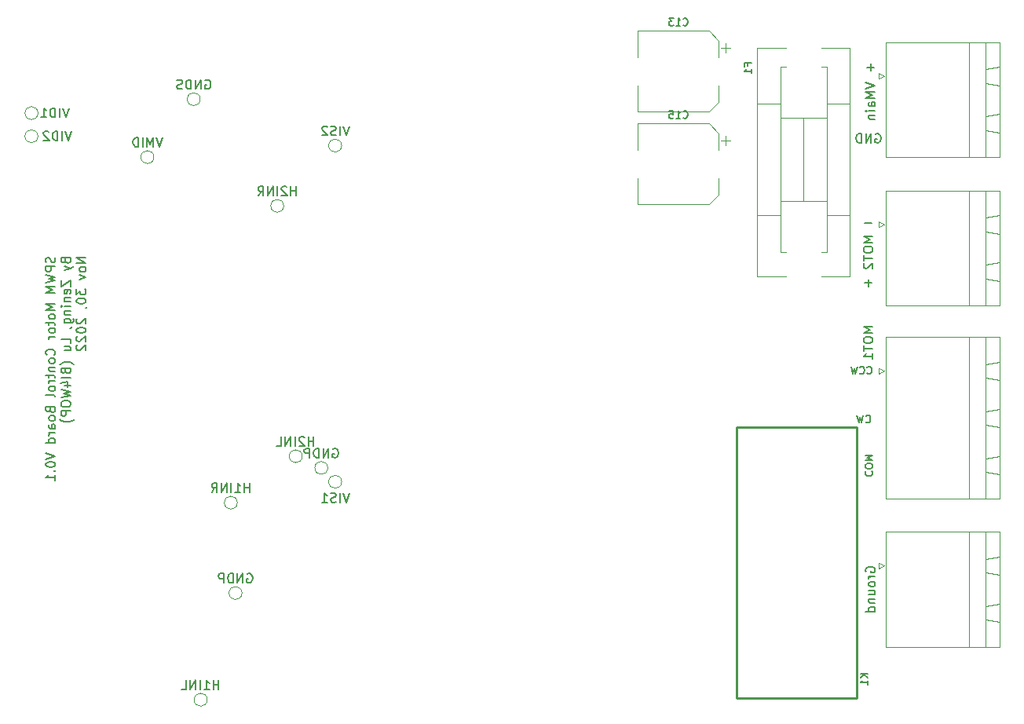
<source format=gbr>
%TF.GenerationSoftware,KiCad,Pcbnew,(5.1.10)-1*%
%TF.CreationDate,2022-11-30T22:02:34+08:00*%
%TF.ProjectId,motor_control,6d6f746f-725f-4636-9f6e-74726f6c2e6b,rev?*%
%TF.SameCoordinates,Original*%
%TF.FileFunction,Legend,Bot*%
%TF.FilePolarity,Positive*%
%FSLAX46Y46*%
G04 Gerber Fmt 4.6, Leading zero omitted, Abs format (unit mm)*
G04 Created by KiCad (PCBNEW (5.1.10)-1) date 2022-11-30 22:02:34*
%MOMM*%
%LPD*%
G01*
G04 APERTURE LIST*
%ADD10C,0.150000*%
%ADD11C,0.120000*%
%ADD12C,0.250000*%
G04 APERTURE END LIST*
D10*
X5254761Y49462024D02*
X5302380Y49319167D01*
X5302380Y49081072D01*
X5254761Y48985834D01*
X5207142Y48938215D01*
X5111904Y48890596D01*
X5016666Y48890596D01*
X4921428Y48938215D01*
X4873809Y48985834D01*
X4826190Y49081072D01*
X4778571Y49271548D01*
X4730952Y49366786D01*
X4683333Y49414405D01*
X4588095Y49462024D01*
X4492857Y49462024D01*
X4397619Y49414405D01*
X4350000Y49366786D01*
X4302380Y49271548D01*
X4302380Y49033453D01*
X4350000Y48890596D01*
X5302380Y48462024D02*
X4302380Y48462024D01*
X4302380Y48081072D01*
X4350000Y47985834D01*
X4397619Y47938215D01*
X4492857Y47890596D01*
X4635714Y47890596D01*
X4730952Y47938215D01*
X4778571Y47985834D01*
X4826190Y48081072D01*
X4826190Y48462024D01*
X4302380Y47557262D02*
X5302380Y47319167D01*
X4588095Y47128691D01*
X5302380Y46938215D01*
X4302380Y46700120D01*
X5302380Y46319167D02*
X4302380Y46319167D01*
X5016666Y45985834D01*
X4302380Y45652500D01*
X5302380Y45652500D01*
X5302380Y44414405D02*
X4302380Y44414405D01*
X5016666Y44081072D01*
X4302380Y43747739D01*
X5302380Y43747739D01*
X5302380Y43128691D02*
X5254761Y43223929D01*
X5207142Y43271548D01*
X5111904Y43319167D01*
X4826190Y43319167D01*
X4730952Y43271548D01*
X4683333Y43223929D01*
X4635714Y43128691D01*
X4635714Y42985834D01*
X4683333Y42890596D01*
X4730952Y42842977D01*
X4826190Y42795358D01*
X5111904Y42795358D01*
X5207142Y42842977D01*
X5254761Y42890596D01*
X5302380Y42985834D01*
X5302380Y43128691D01*
X4635714Y42509643D02*
X4635714Y42128691D01*
X4302380Y42366786D02*
X5159523Y42366786D01*
X5254761Y42319167D01*
X5302380Y42223929D01*
X5302380Y42128691D01*
X5302380Y41652501D02*
X5254761Y41747739D01*
X5207142Y41795358D01*
X5111904Y41842977D01*
X4826190Y41842977D01*
X4730952Y41795358D01*
X4683333Y41747739D01*
X4635714Y41652501D01*
X4635714Y41509643D01*
X4683333Y41414405D01*
X4730952Y41366786D01*
X4826190Y41319167D01*
X5111904Y41319167D01*
X5207142Y41366786D01*
X5254761Y41414405D01*
X5302380Y41509643D01*
X5302380Y41652501D01*
X5302380Y40890596D02*
X4635714Y40890596D01*
X4826190Y40890596D02*
X4730952Y40842977D01*
X4683333Y40795358D01*
X4635714Y40700120D01*
X4635714Y40604881D01*
X5207142Y38938215D02*
X5254761Y38985834D01*
X5302380Y39128691D01*
X5302380Y39223929D01*
X5254761Y39366786D01*
X5159523Y39462024D01*
X5064285Y39509643D01*
X4873809Y39557262D01*
X4730952Y39557262D01*
X4540476Y39509643D01*
X4445238Y39462024D01*
X4350000Y39366786D01*
X4302380Y39223929D01*
X4302380Y39128691D01*
X4350000Y38985834D01*
X4397619Y38938215D01*
X5302380Y38366786D02*
X5254761Y38462024D01*
X5207142Y38509643D01*
X5111904Y38557262D01*
X4826190Y38557262D01*
X4730952Y38509643D01*
X4683333Y38462024D01*
X4635714Y38366786D01*
X4635714Y38223929D01*
X4683333Y38128691D01*
X4730952Y38081072D01*
X4826190Y38033453D01*
X5111904Y38033453D01*
X5207142Y38081072D01*
X5254761Y38128691D01*
X5302380Y38223929D01*
X5302380Y38366786D01*
X4635714Y37604881D02*
X5302380Y37604881D01*
X4730952Y37604881D02*
X4683333Y37557262D01*
X4635714Y37462024D01*
X4635714Y37319167D01*
X4683333Y37223929D01*
X4778571Y37176310D01*
X5302380Y37176310D01*
X4635714Y36842977D02*
X4635714Y36462024D01*
X4302380Y36700120D02*
X5159523Y36700120D01*
X5254761Y36652501D01*
X5302380Y36557262D01*
X5302380Y36462024D01*
X5302380Y36128691D02*
X4635714Y36128691D01*
X4826190Y36128691D02*
X4730952Y36081072D01*
X4683333Y36033453D01*
X4635714Y35938215D01*
X4635714Y35842977D01*
X5302380Y35366786D02*
X5254761Y35462024D01*
X5207142Y35509643D01*
X5111904Y35557262D01*
X4826190Y35557262D01*
X4730952Y35509643D01*
X4683333Y35462024D01*
X4635714Y35366786D01*
X4635714Y35223929D01*
X4683333Y35128691D01*
X4730952Y35081072D01*
X4826190Y35033453D01*
X5111904Y35033453D01*
X5207142Y35081072D01*
X5254761Y35128691D01*
X5302380Y35223929D01*
X5302380Y35366786D01*
X5302380Y34462024D02*
X5254761Y34557262D01*
X5159523Y34604881D01*
X4302380Y34604881D01*
X4778571Y32985834D02*
X4826190Y32842977D01*
X4873809Y32795358D01*
X4969047Y32747739D01*
X5111904Y32747739D01*
X5207142Y32795358D01*
X5254761Y32842977D01*
X5302380Y32938215D01*
X5302380Y33319167D01*
X4302380Y33319167D01*
X4302380Y32985834D01*
X4350000Y32890596D01*
X4397619Y32842977D01*
X4492857Y32795358D01*
X4588095Y32795358D01*
X4683333Y32842977D01*
X4730952Y32890596D01*
X4778571Y32985834D01*
X4778571Y33319167D01*
X5302380Y32176310D02*
X5254761Y32271548D01*
X5207142Y32319167D01*
X5111904Y32366786D01*
X4826190Y32366786D01*
X4730952Y32319167D01*
X4683333Y32271548D01*
X4635714Y32176310D01*
X4635714Y32033453D01*
X4683333Y31938215D01*
X4730952Y31890596D01*
X4826190Y31842977D01*
X5111904Y31842977D01*
X5207142Y31890596D01*
X5254761Y31938215D01*
X5302380Y32033453D01*
X5302380Y32176310D01*
X5302380Y30985834D02*
X4778571Y30985834D01*
X4683333Y31033453D01*
X4635714Y31128691D01*
X4635714Y31319167D01*
X4683333Y31414405D01*
X5254761Y30985834D02*
X5302380Y31081072D01*
X5302380Y31319167D01*
X5254761Y31414405D01*
X5159523Y31462024D01*
X5064285Y31462024D01*
X4969047Y31414405D01*
X4921428Y31319167D01*
X4921428Y31081072D01*
X4873809Y30985834D01*
X5302380Y30509643D02*
X4635714Y30509643D01*
X4826190Y30509643D02*
X4730952Y30462024D01*
X4683333Y30414405D01*
X4635714Y30319167D01*
X4635714Y30223929D01*
X5302380Y29462024D02*
X4302380Y29462024D01*
X5254761Y29462024D02*
X5302380Y29557262D01*
X5302380Y29747739D01*
X5254761Y29842977D01*
X5207142Y29890596D01*
X5111904Y29938215D01*
X4826190Y29938215D01*
X4730952Y29890596D01*
X4683333Y29842977D01*
X4635714Y29747739D01*
X4635714Y29557262D01*
X4683333Y29462024D01*
X4302380Y28366786D02*
X5302380Y28033453D01*
X4302380Y27700120D01*
X4302380Y27176310D02*
X4302380Y27081072D01*
X4350000Y26985834D01*
X4397619Y26938215D01*
X4492857Y26890596D01*
X4683333Y26842977D01*
X4921428Y26842977D01*
X5111904Y26890596D01*
X5207142Y26938215D01*
X5254761Y26985834D01*
X5302380Y27081072D01*
X5302380Y27176310D01*
X5254761Y27271548D01*
X5207142Y27319167D01*
X5111904Y27366786D01*
X4921428Y27414405D01*
X4683333Y27414405D01*
X4492857Y27366786D01*
X4397619Y27319167D01*
X4350000Y27271548D01*
X4302380Y27176310D01*
X5207142Y26414405D02*
X5254761Y26366786D01*
X5302380Y26414405D01*
X5254761Y26462024D01*
X5207142Y26414405D01*
X5302380Y26414405D01*
X5302380Y25414405D02*
X5302380Y25985834D01*
X5302380Y25700120D02*
X4302380Y25700120D01*
X4445238Y25795358D01*
X4540476Y25890596D01*
X4588095Y25985834D01*
X6428571Y49081072D02*
X6476190Y48938215D01*
X6523809Y48890596D01*
X6619047Y48842977D01*
X6761904Y48842977D01*
X6857142Y48890596D01*
X6904761Y48938215D01*
X6952380Y49033453D01*
X6952380Y49414405D01*
X5952380Y49414405D01*
X5952380Y49081072D01*
X6000000Y48985834D01*
X6047619Y48938215D01*
X6142857Y48890596D01*
X6238095Y48890596D01*
X6333333Y48938215D01*
X6380952Y48985834D01*
X6428571Y49081072D01*
X6428571Y49414405D01*
X6285714Y48509643D02*
X6952380Y48271548D01*
X6285714Y48033453D02*
X6952380Y48271548D01*
X7190476Y48366786D01*
X7238095Y48414405D01*
X7285714Y48509643D01*
X5952380Y46985834D02*
X5952380Y46319167D01*
X6952380Y46985834D01*
X6952380Y46319167D01*
X6904761Y45557262D02*
X6952380Y45652500D01*
X6952380Y45842977D01*
X6904761Y45938215D01*
X6809523Y45985834D01*
X6428571Y45985834D01*
X6333333Y45938215D01*
X6285714Y45842977D01*
X6285714Y45652500D01*
X6333333Y45557262D01*
X6428571Y45509643D01*
X6523809Y45509643D01*
X6619047Y45985834D01*
X6285714Y45081072D02*
X6952380Y45081072D01*
X6380952Y45081072D02*
X6333333Y45033453D01*
X6285714Y44938215D01*
X6285714Y44795358D01*
X6333333Y44700120D01*
X6428571Y44652500D01*
X6952380Y44652500D01*
X6952380Y44176310D02*
X6285714Y44176310D01*
X5952380Y44176310D02*
X6000000Y44223929D01*
X6047619Y44176310D01*
X6000000Y44128691D01*
X5952380Y44176310D01*
X6047619Y44176310D01*
X6285714Y43700120D02*
X6952380Y43700120D01*
X6380952Y43700120D02*
X6333333Y43652500D01*
X6285714Y43557262D01*
X6285714Y43414405D01*
X6333333Y43319167D01*
X6428571Y43271548D01*
X6952380Y43271548D01*
X6285714Y42366786D02*
X7095238Y42366786D01*
X7190476Y42414405D01*
X7238095Y42462024D01*
X7285714Y42557262D01*
X7285714Y42700120D01*
X7238095Y42795358D01*
X6904761Y42366786D02*
X6952380Y42462024D01*
X6952380Y42652500D01*
X6904761Y42747739D01*
X6857142Y42795358D01*
X6761904Y42842977D01*
X6476190Y42842977D01*
X6380952Y42795358D01*
X6333333Y42747739D01*
X6285714Y42652500D01*
X6285714Y42462024D01*
X6333333Y42366786D01*
X6904761Y41842977D02*
X6952380Y41842977D01*
X7047619Y41890596D01*
X7095238Y41938215D01*
X6952380Y40176310D02*
X6952380Y40652500D01*
X5952380Y40652500D01*
X6285714Y39414405D02*
X6952380Y39414405D01*
X6285714Y39842977D02*
X6809523Y39842977D01*
X6904761Y39795358D01*
X6952380Y39700120D01*
X6952380Y39557262D01*
X6904761Y39462024D01*
X6857142Y39414405D01*
X7333333Y37890596D02*
X7285714Y37938215D01*
X7142857Y38033453D01*
X7047619Y38081072D01*
X6904761Y38128691D01*
X6666666Y38176310D01*
X6476190Y38176310D01*
X6238095Y38128691D01*
X6095238Y38081072D01*
X6000000Y38033453D01*
X5857142Y37938215D01*
X5809523Y37890596D01*
X6428571Y37176310D02*
X6476190Y37033453D01*
X6523809Y36985834D01*
X6619047Y36938215D01*
X6761904Y36938215D01*
X6857142Y36985834D01*
X6904761Y37033453D01*
X6952380Y37128691D01*
X6952380Y37509643D01*
X5952380Y37509643D01*
X5952380Y37176310D01*
X6000000Y37081072D01*
X6047619Y37033453D01*
X6142857Y36985834D01*
X6238095Y36985834D01*
X6333333Y37033453D01*
X6380952Y37081072D01*
X6428571Y37176310D01*
X6428571Y37509643D01*
X6952380Y36509643D02*
X5952380Y36509643D01*
X6285714Y35604881D02*
X6952380Y35604881D01*
X5904761Y35842977D02*
X6619047Y36081072D01*
X6619047Y35462024D01*
X5952380Y35176310D02*
X6952380Y34938215D01*
X6238095Y34747739D01*
X6952380Y34557262D01*
X5952380Y34319167D01*
X5952380Y33747739D02*
X5952380Y33557262D01*
X6000000Y33462024D01*
X6095238Y33366786D01*
X6285714Y33319167D01*
X6619047Y33319167D01*
X6809523Y33366786D01*
X6904761Y33462024D01*
X6952380Y33557262D01*
X6952380Y33747739D01*
X6904761Y33842977D01*
X6809523Y33938215D01*
X6619047Y33985834D01*
X6285714Y33985834D01*
X6095238Y33938215D01*
X6000000Y33842977D01*
X5952380Y33747739D01*
X6952380Y32890596D02*
X5952380Y32890596D01*
X5952380Y32509643D01*
X6000000Y32414405D01*
X6047619Y32366786D01*
X6142857Y32319167D01*
X6285714Y32319167D01*
X6380952Y32366786D01*
X6428571Y32414405D01*
X6476190Y32509643D01*
X6476190Y32890596D01*
X7333333Y31985834D02*
X7285714Y31938215D01*
X7142857Y31842977D01*
X7047619Y31795358D01*
X6904761Y31747739D01*
X6666666Y31700120D01*
X6476190Y31700120D01*
X6238095Y31747739D01*
X6095238Y31795358D01*
X6000000Y31842977D01*
X5857142Y31938215D01*
X5809523Y31985834D01*
X8602380Y49414405D02*
X7602380Y49414405D01*
X8602380Y48842977D01*
X7602380Y48842977D01*
X8602380Y48223929D02*
X8554761Y48319167D01*
X8507142Y48366786D01*
X8411904Y48414405D01*
X8126190Y48414405D01*
X8030952Y48366786D01*
X7983333Y48319167D01*
X7935714Y48223929D01*
X7935714Y48081072D01*
X7983333Y47985834D01*
X8030952Y47938215D01*
X8126190Y47890596D01*
X8411904Y47890596D01*
X8507142Y47938215D01*
X8554761Y47985834D01*
X8602380Y48081072D01*
X8602380Y48223929D01*
X7935714Y47557262D02*
X8602380Y47319167D01*
X7935714Y47081072D01*
X7602380Y46033453D02*
X7602380Y45414405D01*
X7983333Y45747739D01*
X7983333Y45604881D01*
X8030952Y45509643D01*
X8078571Y45462024D01*
X8173809Y45414405D01*
X8411904Y45414405D01*
X8507142Y45462024D01*
X8554761Y45509643D01*
X8602380Y45604881D01*
X8602380Y45890596D01*
X8554761Y45985834D01*
X8507142Y46033453D01*
X7602380Y44795358D02*
X7602380Y44700120D01*
X7650000Y44604881D01*
X7697619Y44557262D01*
X7792857Y44509643D01*
X7983333Y44462024D01*
X8221428Y44462024D01*
X8411904Y44509643D01*
X8507142Y44557262D01*
X8554761Y44604881D01*
X8602380Y44700120D01*
X8602380Y44795358D01*
X8554761Y44890596D01*
X8507142Y44938215D01*
X8411904Y44985834D01*
X8221428Y45033453D01*
X7983333Y45033453D01*
X7792857Y44985834D01*
X7697619Y44938215D01*
X7650000Y44890596D01*
X7602380Y44795358D01*
X8554761Y43985834D02*
X8602380Y43985834D01*
X8697619Y44033453D01*
X8745238Y44081072D01*
X7697619Y42842977D02*
X7650000Y42795358D01*
X7602380Y42700120D01*
X7602380Y42462024D01*
X7650000Y42366786D01*
X7697619Y42319167D01*
X7792857Y42271548D01*
X7888095Y42271548D01*
X8030952Y42319167D01*
X8602380Y42890596D01*
X8602380Y42271548D01*
X7602380Y41652500D02*
X7602380Y41557262D01*
X7650000Y41462024D01*
X7697619Y41414405D01*
X7792857Y41366786D01*
X7983333Y41319167D01*
X8221428Y41319167D01*
X8411904Y41366786D01*
X8507142Y41414405D01*
X8554761Y41462024D01*
X8602380Y41557262D01*
X8602380Y41652500D01*
X8554761Y41747739D01*
X8507142Y41795358D01*
X8411904Y41842977D01*
X8221428Y41890596D01*
X7983333Y41890596D01*
X7792857Y41842977D01*
X7697619Y41795358D01*
X7650000Y41747739D01*
X7602380Y41652500D01*
X7697619Y40938215D02*
X7650000Y40890596D01*
X7602380Y40795358D01*
X7602380Y40557262D01*
X7650000Y40462024D01*
X7697619Y40414405D01*
X7792857Y40366786D01*
X7888095Y40366786D01*
X8030952Y40414405D01*
X8602380Y40985834D01*
X8602380Y40366786D01*
X7697619Y39985834D02*
X7650000Y39938215D01*
X7602380Y39842977D01*
X7602380Y39604881D01*
X7650000Y39509643D01*
X7697619Y39462024D01*
X7792857Y39414405D01*
X7888095Y39414405D01*
X8030952Y39462024D01*
X8602380Y40033453D01*
X8602380Y39414405D01*
X92714285Y26371429D02*
X92676190Y26333334D01*
X92638095Y26219048D01*
X92638095Y26142858D01*
X92676190Y26028572D01*
X92752380Y25952381D01*
X92828571Y25914286D01*
X92980952Y25876191D01*
X93095238Y25876191D01*
X93247619Y25914286D01*
X93323809Y25952381D01*
X93400000Y26028572D01*
X93438095Y26142858D01*
X93438095Y26219048D01*
X93400000Y26333334D01*
X93361904Y26371429D01*
X93438095Y26866667D02*
X93438095Y27019048D01*
X93400000Y27095239D01*
X93323809Y27171429D01*
X93171428Y27209524D01*
X92904761Y27209524D01*
X92752380Y27171429D01*
X92676190Y27095239D01*
X92638095Y27019048D01*
X92638095Y26866667D01*
X92676190Y26790477D01*
X92752380Y26714286D01*
X92904761Y26676191D01*
X93171428Y26676191D01*
X93323809Y26714286D01*
X93400000Y26790477D01*
X93438095Y26866667D01*
X92638095Y27552381D02*
X93438095Y27552381D01*
X92866666Y27819048D01*
X93438095Y28085715D01*
X92638095Y28085715D01*
X92709523Y31714286D02*
X92747619Y31676191D01*
X92861904Y31638096D01*
X92938095Y31638096D01*
X93052380Y31676191D01*
X93128571Y31752381D01*
X93166666Y31828572D01*
X93204761Y31980953D01*
X93204761Y32095239D01*
X93166666Y32247620D01*
X93128571Y32323810D01*
X93052380Y32400000D01*
X92938095Y32438096D01*
X92861904Y32438096D01*
X92747619Y32400000D01*
X92709523Y32361905D01*
X92442857Y32438096D02*
X92252380Y31638096D01*
X92100000Y32209524D01*
X91947619Y31638096D01*
X91757142Y32438096D01*
X92859523Y36964286D02*
X92897619Y36926191D01*
X93011904Y36888096D01*
X93088095Y36888096D01*
X93202380Y36926191D01*
X93278571Y37002381D01*
X93316666Y37078572D01*
X93354761Y37230953D01*
X93354761Y37345239D01*
X93316666Y37497620D01*
X93278571Y37573810D01*
X93202380Y37650000D01*
X93088095Y37688096D01*
X93011904Y37688096D01*
X92897619Y37650000D01*
X92859523Y37611905D01*
X92059523Y36964286D02*
X92097619Y36926191D01*
X92211904Y36888096D01*
X92288095Y36888096D01*
X92402380Y36926191D01*
X92478571Y37002381D01*
X92516666Y37078572D01*
X92554761Y37230953D01*
X92554761Y37345239D01*
X92516666Y37497620D01*
X92478571Y37573810D01*
X92402380Y37650000D01*
X92288095Y37688096D01*
X92211904Y37688096D01*
X92097619Y37650000D01*
X92059523Y37611905D01*
X91792857Y37688096D02*
X91602380Y36888096D01*
X91450000Y37459524D01*
X91297619Y36888096D01*
X91107142Y37688096D01*
X93380952Y53178572D02*
X92619047Y53178572D01*
X93380952Y46678572D02*
X92619047Y46678572D01*
X93000000Y46297620D02*
X93000000Y47059524D01*
X92702380Y68297620D02*
X93702380Y67964286D01*
X92702380Y67630953D01*
X93702380Y67297620D02*
X92702380Y67297620D01*
X93416666Y66964286D01*
X92702380Y66630953D01*
X93702380Y66630953D01*
X93702380Y65726191D02*
X93178571Y65726191D01*
X93083333Y65773810D01*
X93035714Y65869048D01*
X93035714Y66059524D01*
X93083333Y66154762D01*
X93654761Y65726191D02*
X93702380Y65821429D01*
X93702380Y66059524D01*
X93654761Y66154762D01*
X93559523Y66202381D01*
X93464285Y66202381D01*
X93369047Y66154762D01*
X93321428Y66059524D01*
X93321428Y65821429D01*
X93273809Y65726191D01*
X93702380Y65250000D02*
X93035714Y65250000D01*
X92702380Y65250000D02*
X92750000Y65297620D01*
X92797619Y65250000D01*
X92750000Y65202381D01*
X92702380Y65250000D01*
X92797619Y65250000D01*
X93035714Y64773810D02*
X93702380Y64773810D01*
X93130952Y64773810D02*
X93083333Y64726191D01*
X93035714Y64630953D01*
X93035714Y64488096D01*
X93083333Y64392858D01*
X93178571Y64345239D01*
X93702380Y64345239D01*
X93761904Y62750000D02*
X93857142Y62797620D01*
X94000000Y62797620D01*
X94142857Y62750000D01*
X94238095Y62654762D01*
X94285714Y62559524D01*
X94333333Y62369048D01*
X94333333Y62226191D01*
X94285714Y62035715D01*
X94238095Y61940477D01*
X94142857Y61845239D01*
X94000000Y61797620D01*
X93904761Y61797620D01*
X93761904Y61845239D01*
X93714285Y61892858D01*
X93714285Y62226191D01*
X93904761Y62226191D01*
X93285714Y61797620D02*
X93285714Y62797620D01*
X92714285Y61797620D01*
X92714285Y62797620D01*
X92238095Y61797620D02*
X92238095Y62797620D01*
X92000000Y62797620D01*
X91857142Y62750000D01*
X91761904Y62654762D01*
X91714285Y62559524D01*
X91666666Y62369048D01*
X91666666Y62226191D01*
X91714285Y62035715D01*
X91761904Y61940477D01*
X91857142Y61845239D01*
X92000000Y61797620D01*
X92238095Y61797620D01*
X93630952Y69928572D02*
X92869047Y69928572D01*
X93250000Y69547620D02*
X93250000Y70309524D01*
D11*
%TO.C,TP13*%
X15950000Y60250000D02*
G75*
G03*
X15950000Y60250000I-700000J0D01*
G01*
%TO.C,TP12*%
X20950000Y66500000D02*
G75*
G03*
X20950000Y66500000I-700000J0D01*
G01*
%TO.C,TP11*%
X3450000Y62500000D02*
G75*
G03*
X3450000Y62500000I-700000J0D01*
G01*
%TO.C,TP10*%
X3450000Y65000000D02*
G75*
G03*
X3450000Y65000000I-700000J0D01*
G01*
%TO.C,TP9*%
X36200000Y61500000D02*
G75*
G03*
X36200000Y61500000I-700000J0D01*
G01*
%TO.C,TP8*%
X36200000Y25250000D02*
G75*
G03*
X36200000Y25250000I-700000J0D01*
G01*
%TO.C,TP7*%
X25450000Y13250000D02*
G75*
G03*
X25450000Y13250000I-700000J0D01*
G01*
%TO.C,TP6*%
X34700000Y26750000D02*
G75*
G03*
X34700000Y26750000I-700000J0D01*
G01*
%TO.C,TP5*%
X29950000Y55000000D02*
G75*
G03*
X29950000Y55000000I-700000J0D01*
G01*
%TO.C,TP4*%
X31950000Y28000000D02*
G75*
G03*
X31950000Y28000000I-700000J0D01*
G01*
%TO.C,TP3*%
X24950000Y23000000D02*
G75*
G03*
X24950000Y23000000I-700000J0D01*
G01*
%TO.C,TP2*%
X21700000Y1750000D02*
G75*
G03*
X21700000Y1750000I-700000J0D01*
G01*
%TO.C,J6*%
X94090000Y16500000D02*
X94090000Y15900000D01*
X94690000Y16200000D02*
X94090000Y16500000D01*
X94090000Y15900000D02*
X94690000Y16200000D01*
X105610000Y11870000D02*
X107110000Y12120000D01*
X105610000Y10370000D02*
X105610000Y11870000D01*
X107110000Y10120000D02*
X105610000Y10370000D01*
X107110000Y12120000D02*
X107110000Y10120000D01*
X105610000Y16950000D02*
X107110000Y17200000D01*
X105610000Y15450000D02*
X105610000Y16950000D01*
X107110000Y15200000D02*
X105610000Y15450000D01*
X107110000Y17200000D02*
X107110000Y15200000D01*
X105610000Y7470000D02*
X105610000Y19850000D01*
X103810000Y7470000D02*
X105610000Y7470000D01*
X103810000Y19850000D02*
X103810000Y7470000D01*
X105610000Y19850000D02*
X103810000Y19850000D01*
X94890000Y7470000D02*
X94890000Y19850000D01*
X107110000Y7470000D02*
X94890000Y7470000D01*
X107110000Y19850000D02*
X107110000Y7470000D01*
X94890000Y19850000D02*
X107110000Y19850000D01*
%TO.C,J5*%
X94090000Y53300000D02*
X94090000Y52700000D01*
X94690000Y53000000D02*
X94090000Y53300000D01*
X94090000Y52700000D02*
X94690000Y53000000D01*
X105610000Y48670000D02*
X107110000Y48920000D01*
X105610000Y47170000D02*
X105610000Y48670000D01*
X107110000Y46920000D02*
X105610000Y47170000D01*
X107110000Y48920000D02*
X107110000Y46920000D01*
X105610000Y53750000D02*
X107110000Y54000000D01*
X105610000Y52250000D02*
X105610000Y53750000D01*
X107110000Y52000000D02*
X105610000Y52250000D01*
X107110000Y54000000D02*
X107110000Y52000000D01*
X105610000Y44270000D02*
X105610000Y56650000D01*
X103810000Y44270000D02*
X105610000Y44270000D01*
X103810000Y56650000D02*
X103810000Y44270000D01*
X105610000Y56650000D02*
X103810000Y56650000D01*
X94890000Y44270000D02*
X94890000Y56650000D01*
X107110000Y44270000D02*
X94890000Y44270000D01*
X107110000Y56650000D02*
X107110000Y44270000D01*
X94890000Y56650000D02*
X107110000Y56650000D01*
D12*
%TO.C,K1*%
X91700000Y31110000D02*
X78800000Y31110000D01*
X78746000Y1900000D02*
X78746000Y31100000D01*
X91700000Y1900000D02*
X91700000Y31100000D01*
X91700000Y1900000D02*
X78800000Y1900000D01*
D11*
%TO.C,J7*%
X94090000Y69300000D02*
X94090000Y68700000D01*
X94690000Y69000000D02*
X94090000Y69300000D01*
X94090000Y68700000D02*
X94690000Y69000000D01*
X105610000Y64670000D02*
X107110000Y64920000D01*
X105610000Y63170000D02*
X105610000Y64670000D01*
X107110000Y62920000D02*
X105610000Y63170000D01*
X107110000Y64920000D02*
X107110000Y62920000D01*
X105610000Y69750000D02*
X107110000Y70000000D01*
X105610000Y68250000D02*
X105610000Y69750000D01*
X107110000Y68000000D02*
X105610000Y68250000D01*
X107110000Y70000000D02*
X107110000Y68000000D01*
X105610000Y60270000D02*
X105610000Y72650000D01*
X103810000Y60270000D02*
X105610000Y60270000D01*
X103810000Y72650000D02*
X103810000Y60270000D01*
X105610000Y72650000D02*
X103810000Y72650000D01*
X94890000Y60270000D02*
X94890000Y72650000D01*
X107110000Y60270000D02*
X94890000Y60270000D01*
X107110000Y72650000D02*
X107110000Y60270000D01*
X94890000Y72650000D02*
X107110000Y72650000D01*
%TO.C,J4*%
X94090000Y37500000D02*
X94090000Y36900000D01*
X94690000Y37200000D02*
X94090000Y37500000D01*
X94090000Y36900000D02*
X94690000Y37200000D01*
X105610000Y27790000D02*
X107110000Y28040000D01*
X105610000Y26290000D02*
X105610000Y27790000D01*
X107110000Y26040000D02*
X105610000Y26290000D01*
X107110000Y28040000D02*
X107110000Y26040000D01*
X105610000Y32870000D02*
X107110000Y33120000D01*
X105610000Y31370000D02*
X105610000Y32870000D01*
X107110000Y31120000D02*
X105610000Y31370000D01*
X107110000Y33120000D02*
X107110000Y31120000D01*
X105610000Y37950000D02*
X107110000Y38200000D01*
X105610000Y36450000D02*
X105610000Y37950000D01*
X107110000Y36200000D02*
X105610000Y36450000D01*
X107110000Y38200000D02*
X107110000Y36200000D01*
X105610000Y23390000D02*
X105610000Y40850000D01*
X103810000Y23390000D02*
X105610000Y23390000D01*
X103810000Y40850000D02*
X103810000Y23390000D01*
X105610000Y40850000D02*
X103810000Y40850000D01*
X94890000Y23390000D02*
X94890000Y40850000D01*
X107110000Y23390000D02*
X94890000Y23390000D01*
X107110000Y40850000D02*
X107110000Y23390000D01*
X94890000Y40850000D02*
X107110000Y40850000D01*
%TO.C,F1*%
X83500000Y66000000D02*
X81000000Y66000000D01*
X91000000Y66000000D02*
X88500000Y66000000D01*
X91000000Y54000000D02*
X88500000Y54000000D01*
X81000000Y54000000D02*
X83500000Y54000000D01*
X86000000Y64500000D02*
X86000000Y55500000D01*
X83500000Y64500000D02*
X88500000Y64500000D01*
X83500000Y55500000D02*
X88500000Y55500000D01*
X84100000Y50000000D02*
X83500000Y50000000D01*
X87900000Y70000000D02*
X88500000Y70000000D01*
X88500000Y70000000D02*
X88500000Y50000000D01*
X88500000Y50000000D02*
X87900000Y50000000D01*
X83500000Y50000000D02*
X83500000Y70000000D01*
X83500000Y70000000D02*
X84100000Y70000000D01*
X84100000Y47378000D02*
X81000000Y47378000D01*
X87900000Y72000000D02*
X91000000Y72000000D01*
X91000000Y72000000D02*
X91000000Y47400000D01*
X91000000Y47400000D02*
X87900000Y47400000D01*
X81000000Y47400000D02*
X81000000Y72000000D01*
X81000000Y72000000D02*
X84100000Y72000000D01*
%TO.C,C15*%
X77600000Y62510000D02*
X77600000Y61510000D01*
X78100000Y62010000D02*
X77100000Y62010000D01*
X76860000Y56204437D02*
X75795563Y55140000D01*
X76860000Y62795563D02*
X75795563Y63860000D01*
X76860000Y62795563D02*
X76860000Y61010000D01*
X76860000Y56204437D02*
X76860000Y57990000D01*
X75795563Y55140000D02*
X68140000Y55140000D01*
X75795563Y63860000D02*
X68140000Y63860000D01*
X68140000Y63860000D02*
X68140000Y61010000D01*
X68140000Y55140000D02*
X68140000Y57990000D01*
%TO.C,C13*%
X77600000Y72510000D02*
X77600000Y71510000D01*
X78100000Y72010000D02*
X77100000Y72010000D01*
X76860000Y66204437D02*
X75795563Y65140000D01*
X76860000Y72795563D02*
X75795563Y73860000D01*
X76860000Y72795563D02*
X76860000Y71010000D01*
X76860000Y66204437D02*
X76860000Y67990000D01*
X75795563Y65140000D02*
X68140000Y65140000D01*
X75795563Y73860000D02*
X68140000Y73860000D01*
X68140000Y73860000D02*
X68140000Y71010000D01*
X68140000Y65140000D02*
X68140000Y67990000D01*
%TO.C,TP13*%
D10*
X16892857Y62347620D02*
X16559523Y61347620D01*
X16226190Y62347620D01*
X15892857Y61347620D02*
X15892857Y62347620D01*
X15559523Y61633334D01*
X15226190Y62347620D01*
X15226190Y61347620D01*
X14750000Y61347620D02*
X14750000Y62347620D01*
X14273809Y61347620D02*
X14273809Y62347620D01*
X14035714Y62347620D01*
X13892857Y62300000D01*
X13797619Y62204762D01*
X13750000Y62109524D01*
X13702380Y61919048D01*
X13702380Y61776191D01*
X13750000Y61585715D01*
X13797619Y61490477D01*
X13892857Y61395239D01*
X14035714Y61347620D01*
X14273809Y61347620D01*
%TO.C,TP12*%
X21488095Y68550000D02*
X21583333Y68597620D01*
X21726190Y68597620D01*
X21869047Y68550000D01*
X21964285Y68454762D01*
X22011904Y68359524D01*
X22059523Y68169048D01*
X22059523Y68026191D01*
X22011904Y67835715D01*
X21964285Y67740477D01*
X21869047Y67645239D01*
X21726190Y67597620D01*
X21630952Y67597620D01*
X21488095Y67645239D01*
X21440476Y67692858D01*
X21440476Y68026191D01*
X21630952Y68026191D01*
X21011904Y67597620D02*
X21011904Y68597620D01*
X20440476Y67597620D01*
X20440476Y68597620D01*
X19964285Y67597620D02*
X19964285Y68597620D01*
X19726190Y68597620D01*
X19583333Y68550000D01*
X19488095Y68454762D01*
X19440476Y68359524D01*
X19392857Y68169048D01*
X19392857Y68026191D01*
X19440476Y67835715D01*
X19488095Y67740477D01*
X19583333Y67645239D01*
X19726190Y67597620D01*
X19964285Y67597620D01*
X19011904Y67645239D02*
X18869047Y67597620D01*
X18630952Y67597620D01*
X18535714Y67645239D01*
X18488095Y67692858D01*
X18440476Y67788096D01*
X18440476Y67883334D01*
X18488095Y67978572D01*
X18535714Y68026191D01*
X18630952Y68073810D01*
X18821428Y68121429D01*
X18916666Y68169048D01*
X18964285Y68216667D01*
X19011904Y68311905D01*
X19011904Y68407143D01*
X18964285Y68502381D01*
X18916666Y68550000D01*
X18821428Y68597620D01*
X18583333Y68597620D01*
X18440476Y68550000D01*
%TO.C,TP11*%
X7047619Y63047620D02*
X6714285Y62047620D01*
X6380952Y63047620D01*
X6047619Y62047620D02*
X6047619Y63047620D01*
X5571428Y62047620D02*
X5571428Y63047620D01*
X5333333Y63047620D01*
X5190476Y63000000D01*
X5095238Y62904762D01*
X5047619Y62809524D01*
X5000000Y62619048D01*
X5000000Y62476191D01*
X5047619Y62285715D01*
X5095238Y62190477D01*
X5190476Y62095239D01*
X5333333Y62047620D01*
X5571428Y62047620D01*
X4619047Y62952381D02*
X4571428Y63000000D01*
X4476190Y63047620D01*
X4238095Y63047620D01*
X4142857Y63000000D01*
X4095238Y62952381D01*
X4047619Y62857143D01*
X4047619Y62761905D01*
X4095238Y62619048D01*
X4666666Y62047620D01*
X4047619Y62047620D01*
%TO.C,TP10*%
X6797619Y65547620D02*
X6464285Y64547620D01*
X6130952Y65547620D01*
X5797619Y64547620D02*
X5797619Y65547620D01*
X5321428Y64547620D02*
X5321428Y65547620D01*
X5083333Y65547620D01*
X4940476Y65500000D01*
X4845238Y65404762D01*
X4797619Y65309524D01*
X4750000Y65119048D01*
X4750000Y64976191D01*
X4797619Y64785715D01*
X4845238Y64690477D01*
X4940476Y64595239D01*
X5083333Y64547620D01*
X5321428Y64547620D01*
X3797619Y64547620D02*
X4369047Y64547620D01*
X4083333Y64547620D02*
X4083333Y65547620D01*
X4178571Y65404762D01*
X4273809Y65309524D01*
X4369047Y65261905D01*
%TO.C,TP9*%
X37023809Y63597620D02*
X36690476Y62597620D01*
X36357142Y63597620D01*
X36023809Y62597620D02*
X36023809Y63597620D01*
X35595238Y62645239D02*
X35452380Y62597620D01*
X35214285Y62597620D01*
X35119047Y62645239D01*
X35071428Y62692858D01*
X35023809Y62788096D01*
X35023809Y62883334D01*
X35071428Y62978572D01*
X35119047Y63026191D01*
X35214285Y63073810D01*
X35404761Y63121429D01*
X35500000Y63169048D01*
X35547619Y63216667D01*
X35595238Y63311905D01*
X35595238Y63407143D01*
X35547619Y63502381D01*
X35500000Y63550000D01*
X35404761Y63597620D01*
X35166666Y63597620D01*
X35023809Y63550000D01*
X34642857Y63502381D02*
X34595238Y63550000D01*
X34500000Y63597620D01*
X34261904Y63597620D01*
X34166666Y63550000D01*
X34119047Y63502381D01*
X34071428Y63407143D01*
X34071428Y63311905D01*
X34119047Y63169048D01*
X34690476Y62597620D01*
X34071428Y62597620D01*
%TO.C,TP8*%
X37023809Y24047620D02*
X36690476Y23047620D01*
X36357142Y24047620D01*
X36023809Y23047620D02*
X36023809Y24047620D01*
X35595238Y23095239D02*
X35452380Y23047620D01*
X35214285Y23047620D01*
X35119047Y23095239D01*
X35071428Y23142858D01*
X35023809Y23238096D01*
X35023809Y23333334D01*
X35071428Y23428572D01*
X35119047Y23476191D01*
X35214285Y23523810D01*
X35404761Y23571429D01*
X35500000Y23619048D01*
X35547619Y23666667D01*
X35595238Y23761905D01*
X35595238Y23857143D01*
X35547619Y23952381D01*
X35500000Y24000000D01*
X35404761Y24047620D01*
X35166666Y24047620D01*
X35023809Y24000000D01*
X34071428Y23047620D02*
X34642857Y23047620D01*
X34357142Y23047620D02*
X34357142Y24047620D01*
X34452380Y23904762D01*
X34547619Y23809524D01*
X34642857Y23761905D01*
%TO.C,TP7*%
X26011904Y15300000D02*
X26107142Y15347620D01*
X26250000Y15347620D01*
X26392857Y15300000D01*
X26488095Y15204762D01*
X26535714Y15109524D01*
X26583333Y14919048D01*
X26583333Y14776191D01*
X26535714Y14585715D01*
X26488095Y14490477D01*
X26392857Y14395239D01*
X26250000Y14347620D01*
X26154761Y14347620D01*
X26011904Y14395239D01*
X25964285Y14442858D01*
X25964285Y14776191D01*
X26154761Y14776191D01*
X25535714Y14347620D02*
X25535714Y15347620D01*
X24964285Y14347620D01*
X24964285Y15347620D01*
X24488095Y14347620D02*
X24488095Y15347620D01*
X24250000Y15347620D01*
X24107142Y15300000D01*
X24011904Y15204762D01*
X23964285Y15109524D01*
X23916666Y14919048D01*
X23916666Y14776191D01*
X23964285Y14585715D01*
X24011904Y14490477D01*
X24107142Y14395239D01*
X24250000Y14347620D01*
X24488095Y14347620D01*
X23488095Y14347620D02*
X23488095Y15347620D01*
X23107142Y15347620D01*
X23011904Y15300000D01*
X22964285Y15252381D01*
X22916666Y15157143D01*
X22916666Y15014286D01*
X22964285Y14919048D01*
X23011904Y14871429D01*
X23107142Y14823810D01*
X23488095Y14823810D01*
%TO.C,TP6*%
X35261904Y28800000D02*
X35357142Y28847620D01*
X35500000Y28847620D01*
X35642857Y28800000D01*
X35738095Y28704762D01*
X35785714Y28609524D01*
X35833333Y28419048D01*
X35833333Y28276191D01*
X35785714Y28085715D01*
X35738095Y27990477D01*
X35642857Y27895239D01*
X35500000Y27847620D01*
X35404761Y27847620D01*
X35261904Y27895239D01*
X35214285Y27942858D01*
X35214285Y28276191D01*
X35404761Y28276191D01*
X34785714Y27847620D02*
X34785714Y28847620D01*
X34214285Y27847620D01*
X34214285Y28847620D01*
X33738095Y27847620D02*
X33738095Y28847620D01*
X33500000Y28847620D01*
X33357142Y28800000D01*
X33261904Y28704762D01*
X33214285Y28609524D01*
X33166666Y28419048D01*
X33166666Y28276191D01*
X33214285Y28085715D01*
X33261904Y27990477D01*
X33357142Y27895239D01*
X33500000Y27847620D01*
X33738095Y27847620D01*
X32738095Y27847620D02*
X32738095Y28847620D01*
X32357142Y28847620D01*
X32261904Y28800000D01*
X32214285Y28752381D01*
X32166666Y28657143D01*
X32166666Y28514286D01*
X32214285Y28419048D01*
X32261904Y28371429D01*
X32357142Y28323810D01*
X32738095Y28323810D01*
%TO.C,TP5*%
X31273809Y56097620D02*
X31273809Y57097620D01*
X31273809Y56621429D02*
X30702380Y56621429D01*
X30702380Y56097620D02*
X30702380Y57097620D01*
X30273809Y57002381D02*
X30226190Y57050000D01*
X30130952Y57097620D01*
X29892857Y57097620D01*
X29797619Y57050000D01*
X29750000Y57002381D01*
X29702380Y56907143D01*
X29702380Y56811905D01*
X29750000Y56669048D01*
X30321428Y56097620D01*
X29702380Y56097620D01*
X29273809Y56097620D02*
X29273809Y57097620D01*
X28797619Y56097620D02*
X28797619Y57097620D01*
X28226190Y56097620D01*
X28226190Y57097620D01*
X27178571Y56097620D02*
X27511904Y56573810D01*
X27750000Y56097620D02*
X27750000Y57097620D01*
X27369047Y57097620D01*
X27273809Y57050000D01*
X27226190Y57002381D01*
X27178571Y56907143D01*
X27178571Y56764286D01*
X27226190Y56669048D01*
X27273809Y56621429D01*
X27369047Y56573810D01*
X27750000Y56573810D01*
%TO.C,TP4*%
X33178571Y29097620D02*
X33178571Y30097620D01*
X33178571Y29621429D02*
X32607142Y29621429D01*
X32607142Y29097620D02*
X32607142Y30097620D01*
X32178571Y30002381D02*
X32130952Y30050000D01*
X32035714Y30097620D01*
X31797619Y30097620D01*
X31702380Y30050000D01*
X31654761Y30002381D01*
X31607142Y29907143D01*
X31607142Y29811905D01*
X31654761Y29669048D01*
X32226190Y29097620D01*
X31607142Y29097620D01*
X31178571Y29097620D02*
X31178571Y30097620D01*
X30702380Y29097620D02*
X30702380Y30097620D01*
X30130952Y29097620D01*
X30130952Y30097620D01*
X29178571Y29097620D02*
X29654761Y29097620D01*
X29654761Y30097620D01*
%TO.C,TP3*%
X26273809Y24097620D02*
X26273809Y25097620D01*
X26273809Y24621429D02*
X25702380Y24621429D01*
X25702380Y24097620D02*
X25702380Y25097620D01*
X24702380Y24097620D02*
X25273809Y24097620D01*
X24988095Y24097620D02*
X24988095Y25097620D01*
X25083333Y24954762D01*
X25178571Y24859524D01*
X25273809Y24811905D01*
X24273809Y24097620D02*
X24273809Y25097620D01*
X23797619Y24097620D02*
X23797619Y25097620D01*
X23226190Y24097620D01*
X23226190Y25097620D01*
X22178571Y24097620D02*
X22511904Y24573810D01*
X22750000Y24097620D02*
X22750000Y25097620D01*
X22369047Y25097620D01*
X22273809Y25050000D01*
X22226190Y25002381D01*
X22178571Y24907143D01*
X22178571Y24764286D01*
X22226190Y24669048D01*
X22273809Y24621429D01*
X22369047Y24573810D01*
X22750000Y24573810D01*
%TO.C,TP2*%
X22928571Y2847620D02*
X22928571Y3847620D01*
X22928571Y3371429D02*
X22357142Y3371429D01*
X22357142Y2847620D02*
X22357142Y3847620D01*
X21357142Y2847620D02*
X21928571Y2847620D01*
X21642857Y2847620D02*
X21642857Y3847620D01*
X21738095Y3704762D01*
X21833333Y3609524D01*
X21928571Y3561905D01*
X20928571Y2847620D02*
X20928571Y3847620D01*
X20452380Y2847620D02*
X20452380Y3847620D01*
X19880952Y2847620D01*
X19880952Y3847620D01*
X18928571Y2847620D02*
X19404761Y2847620D01*
X19404761Y3847620D01*
%TO.C,J6*%
X92750000Y15517143D02*
X92702380Y15612381D01*
X92702380Y15755239D01*
X92750000Y15898096D01*
X92845238Y15993334D01*
X92940476Y16040953D01*
X93130952Y16088572D01*
X93273809Y16088572D01*
X93464285Y16040953D01*
X93559523Y15993334D01*
X93654761Y15898096D01*
X93702380Y15755239D01*
X93702380Y15660000D01*
X93654761Y15517143D01*
X93607142Y15469524D01*
X93273809Y15469524D01*
X93273809Y15660000D01*
X93702380Y15040953D02*
X93035714Y15040953D01*
X93226190Y15040953D02*
X93130952Y14993334D01*
X93083333Y14945715D01*
X93035714Y14850477D01*
X93035714Y14755239D01*
X93702380Y14279048D02*
X93654761Y14374286D01*
X93607142Y14421905D01*
X93511904Y14469524D01*
X93226190Y14469524D01*
X93130952Y14421905D01*
X93083333Y14374286D01*
X93035714Y14279048D01*
X93035714Y14136191D01*
X93083333Y14040953D01*
X93130952Y13993334D01*
X93226190Y13945715D01*
X93511904Y13945715D01*
X93607142Y13993334D01*
X93654761Y14040953D01*
X93702380Y14136191D01*
X93702380Y14279048D01*
X93035714Y13088572D02*
X93702380Y13088572D01*
X93035714Y13517143D02*
X93559523Y13517143D01*
X93654761Y13469524D01*
X93702380Y13374286D01*
X93702380Y13231429D01*
X93654761Y13136191D01*
X93607142Y13088572D01*
X93035714Y12612381D02*
X93702380Y12612381D01*
X93130952Y12612381D02*
X93083333Y12564762D01*
X93035714Y12469524D01*
X93035714Y12326667D01*
X93083333Y12231429D01*
X93178571Y12183810D01*
X93702380Y12183810D01*
X93702380Y11279048D02*
X92702380Y11279048D01*
X93654761Y11279048D02*
X93702380Y11374286D01*
X93702380Y11564762D01*
X93654761Y11660000D01*
X93607142Y11707620D01*
X93511904Y11755239D01*
X93226190Y11755239D01*
X93130952Y11707620D01*
X93083333Y11660000D01*
X93035714Y11564762D01*
X93035714Y11374286D01*
X93083333Y11279048D01*
%TO.C,J5*%
X93452380Y51714286D02*
X92452380Y51714286D01*
X93166666Y51380953D01*
X92452380Y51047620D01*
X93452380Y51047620D01*
X92452380Y50380953D02*
X92452380Y50190477D01*
X92500000Y50095239D01*
X92595238Y50000000D01*
X92785714Y49952381D01*
X93119047Y49952381D01*
X93309523Y50000000D01*
X93404761Y50095239D01*
X93452380Y50190477D01*
X93452380Y50380953D01*
X93404761Y50476191D01*
X93309523Y50571429D01*
X93119047Y50619048D01*
X92785714Y50619048D01*
X92595238Y50571429D01*
X92500000Y50476191D01*
X92452380Y50380953D01*
X92452380Y49666667D02*
X92452380Y49095239D01*
X93452380Y49380953D02*
X92452380Y49380953D01*
X92547619Y48809524D02*
X92500000Y48761905D01*
X92452380Y48666667D01*
X92452380Y48428572D01*
X92500000Y48333334D01*
X92547619Y48285715D01*
X92642857Y48238096D01*
X92738095Y48238096D01*
X92880952Y48285715D01*
X93452380Y48857143D01*
X93452380Y48238096D01*
%TO.C,K1*%
X92917904Y4590477D02*
X92117904Y4590477D01*
X92917904Y4133334D02*
X92460761Y4476191D01*
X92117904Y4133334D02*
X92575047Y4590477D01*
X92917904Y3371429D02*
X92917904Y3828572D01*
X92917904Y3600000D02*
X92117904Y3600000D01*
X92232190Y3676191D01*
X92308380Y3752381D01*
X92346476Y3828572D01*
%TO.C,J4*%
X93452380Y41964286D02*
X92452380Y41964286D01*
X93166666Y41630953D01*
X92452380Y41297620D01*
X93452380Y41297620D01*
X92452380Y40630953D02*
X92452380Y40440477D01*
X92500000Y40345239D01*
X92595238Y40250000D01*
X92785714Y40202381D01*
X93119047Y40202381D01*
X93309523Y40250000D01*
X93404761Y40345239D01*
X93452380Y40440477D01*
X93452380Y40630953D01*
X93404761Y40726191D01*
X93309523Y40821429D01*
X93119047Y40869048D01*
X92785714Y40869048D01*
X92595238Y40821429D01*
X92500000Y40726191D01*
X92452380Y40630953D01*
X92452380Y39916667D02*
X92452380Y39345239D01*
X93452380Y39630953D02*
X92452380Y39630953D01*
X93452380Y38488096D02*
X93452380Y39059524D01*
X93452380Y38773810D02*
X92452380Y38773810D01*
X92595238Y38869048D01*
X92690476Y38964286D01*
X92738095Y39059524D01*
%TO.C,F1*%
X79973857Y70123667D02*
X79973857Y70390334D01*
X80392904Y70390334D02*
X79592904Y70390334D01*
X79592904Y70009381D01*
X80392904Y69285572D02*
X80392904Y69742715D01*
X80392904Y69514143D02*
X79592904Y69514143D01*
X79707190Y69590334D01*
X79783380Y69666524D01*
X79821476Y69742715D01*
%TO.C,C15*%
X73014285Y64514286D02*
X73052380Y64476191D01*
X73166666Y64438096D01*
X73242857Y64438096D01*
X73357142Y64476191D01*
X73433333Y64552381D01*
X73471428Y64628572D01*
X73509523Y64780953D01*
X73509523Y64895239D01*
X73471428Y65047620D01*
X73433333Y65123810D01*
X73357142Y65200000D01*
X73242857Y65238096D01*
X73166666Y65238096D01*
X73052380Y65200000D01*
X73014285Y65161905D01*
X72252380Y64438096D02*
X72709523Y64438096D01*
X72480952Y64438096D02*
X72480952Y65238096D01*
X72557142Y65123810D01*
X72633333Y65047620D01*
X72709523Y65009524D01*
X71528571Y65238096D02*
X71909523Y65238096D01*
X71947619Y64857143D01*
X71909523Y64895239D01*
X71833333Y64933334D01*
X71642857Y64933334D01*
X71566666Y64895239D01*
X71528571Y64857143D01*
X71490476Y64780953D01*
X71490476Y64590477D01*
X71528571Y64514286D01*
X71566666Y64476191D01*
X71642857Y64438096D01*
X71833333Y64438096D01*
X71909523Y64476191D01*
X71947619Y64514286D01*
%TO.C,C13*%
X73014285Y74514286D02*
X73052380Y74476191D01*
X73166666Y74438096D01*
X73242857Y74438096D01*
X73357142Y74476191D01*
X73433333Y74552381D01*
X73471428Y74628572D01*
X73509523Y74780953D01*
X73509523Y74895239D01*
X73471428Y75047620D01*
X73433333Y75123810D01*
X73357142Y75200000D01*
X73242857Y75238096D01*
X73166666Y75238096D01*
X73052380Y75200000D01*
X73014285Y75161905D01*
X72252380Y74438096D02*
X72709523Y74438096D01*
X72480952Y74438096D02*
X72480952Y75238096D01*
X72557142Y75123810D01*
X72633333Y75047620D01*
X72709523Y75009524D01*
X71985714Y75238096D02*
X71490476Y75238096D01*
X71757142Y74933334D01*
X71642857Y74933334D01*
X71566666Y74895239D01*
X71528571Y74857143D01*
X71490476Y74780953D01*
X71490476Y74590477D01*
X71528571Y74514286D01*
X71566666Y74476191D01*
X71642857Y74438096D01*
X71871428Y74438096D01*
X71947619Y74476191D01*
X71985714Y74514286D01*
%TD*%
M02*

</source>
